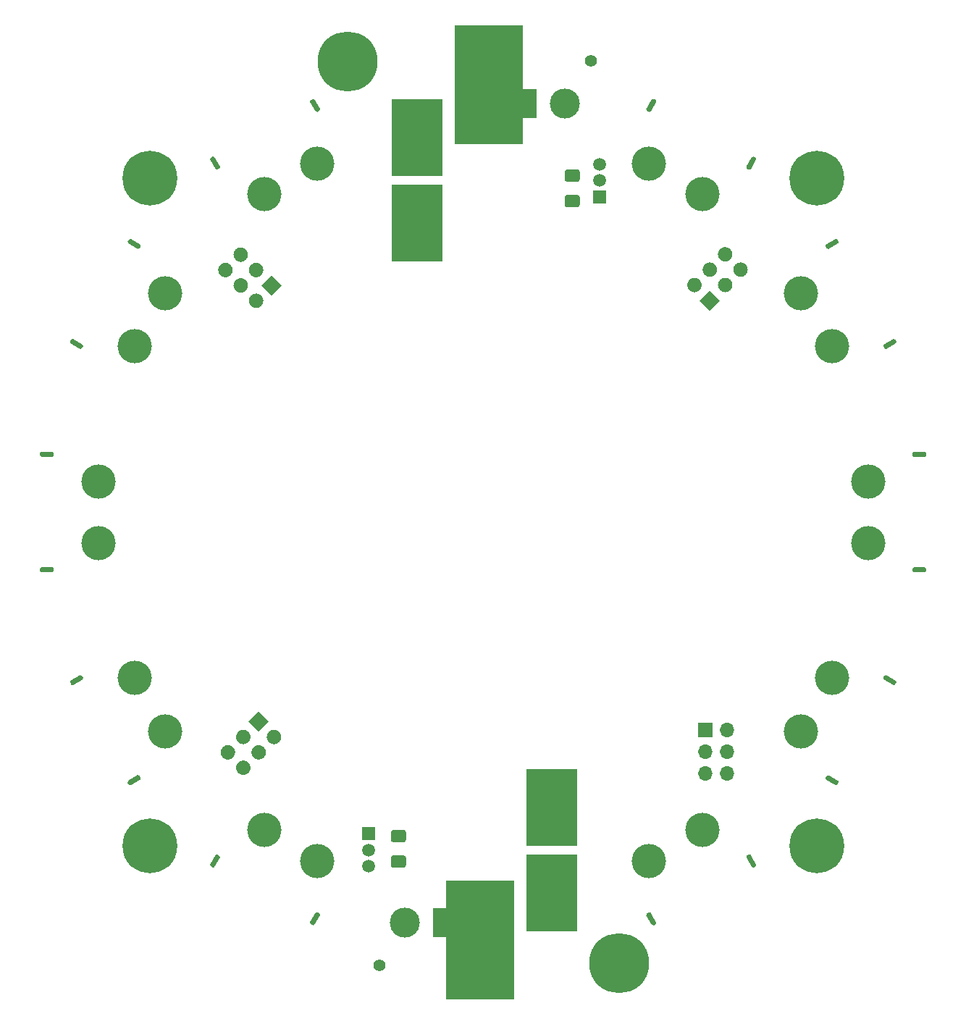
<source format=gbs>
%TF.GenerationSoftware,KiCad,Pcbnew,(5.1.12)-1*%
%TF.CreationDate,2021-12-14T20:27:31-05:00*%
%TF.ProjectId,PDB,5044422e-6b69-4636-9164-5f7063625858,rev?*%
%TF.SameCoordinates,Original*%
%TF.FileFunction,Soldermask,Bot*%
%TF.FilePolarity,Negative*%
%FSLAX46Y46*%
G04 Gerber Fmt 4.6, Leading zero omitted, Abs format (unit mm)*
G04 Created by KiCad (PCBNEW (5.1.12)-1) date 2021-12-14 20:27:31*
%MOMM*%
%LPD*%
G01*
G04 APERTURE LIST*
%ADD10C,1.400000*%
%ADD11R,3.500000X3.500000*%
%ADD12C,3.500000*%
%ADD13C,0.100000*%
%ADD14R,1.700000X1.700000*%
%ADD15O,1.700000X1.700000*%
%ADD16C,7.000000*%
%ADD17C,5.000000*%
%ADD18R,8.000000X14.000000*%
%ADD19C,4.000000*%
%ADD20C,6.400000*%
%ADD21R,6.000000X9.000000*%
%ADD22C,0.500000*%
%ADD23R,1.500000X1.500000*%
%ADD24C,1.500000*%
G04 APERTURE END LIST*
D10*
%TO.C,J20*%
X218646000Y-173080434D03*
X207646000Y-173080434D03*
D11*
X215646000Y-168080434D03*
D12*
X210646000Y-168080434D03*
%TD*%
D13*
%TO.C,J5*%
G36*
X192337918Y-144574434D02*
G01*
X193540000Y-143372352D01*
X194742082Y-144574434D01*
X193540000Y-145776516D01*
X192337918Y-144574434D01*
G37*
G36*
G01*
X194735010Y-145769444D02*
X194735010Y-145769444D01*
G75*
G02*
X195937092Y-145769444I601041J-601041D01*
G01*
X195937092Y-145769444D01*
G75*
G02*
X195937092Y-146971526I-601041J-601041D01*
G01*
X195937092Y-146971526D01*
G75*
G02*
X194735010Y-146971526I-601041J601041D01*
G01*
X194735010Y-146971526D01*
G75*
G02*
X194735010Y-145769444I601041J601041D01*
G01*
G37*
G36*
G01*
X191142908Y-145769444D02*
X191142908Y-145769444D01*
G75*
G02*
X192344990Y-145769444I601041J-601041D01*
G01*
X192344990Y-145769444D01*
G75*
G02*
X192344990Y-146971526I-601041J-601041D01*
G01*
X192344990Y-146971526D01*
G75*
G02*
X191142908Y-146971526I-601041J601041D01*
G01*
X191142908Y-146971526D01*
G75*
G02*
X191142908Y-145769444I601041J601041D01*
G01*
G37*
G36*
G01*
X192938959Y-147565495D02*
X192938959Y-147565495D01*
G75*
G02*
X194141041Y-147565495I601041J-601041D01*
G01*
X194141041Y-147565495D01*
G75*
G02*
X194141041Y-148767577I-601041J-601041D01*
G01*
X194141041Y-148767577D01*
G75*
G02*
X192938959Y-148767577I-601041J601041D01*
G01*
X192938959Y-148767577D01*
G75*
G02*
X192938959Y-147565495I601041J601041D01*
G01*
G37*
G36*
G01*
X189346857Y-147565495D02*
X189346857Y-147565495D01*
G75*
G02*
X190548939Y-147565495I601041J-601041D01*
G01*
X190548939Y-147565495D01*
G75*
G02*
X190548939Y-148767577I-601041J-601041D01*
G01*
X190548939Y-148767577D01*
G75*
G02*
X189346857Y-148767577I-601041J601041D01*
G01*
X189346857Y-148767577D01*
G75*
G02*
X189346857Y-147565495I601041J601041D01*
G01*
G37*
G36*
G01*
X191142908Y-149361547D02*
X191142908Y-149361547D01*
G75*
G02*
X192344990Y-149361547I601041J-601041D01*
G01*
X192344990Y-149361547D01*
G75*
G02*
X192344990Y-150563629I-601041J-601041D01*
G01*
X192344990Y-150563629D01*
G75*
G02*
X191142908Y-150563629I-601041J601041D01*
G01*
X191142908Y-150563629D01*
G75*
G02*
X191142908Y-149361547I601041J601041D01*
G01*
G37*
%TD*%
D14*
%TO.C,J4*%
X245790000Y-145574434D03*
D15*
X248330000Y-145574434D03*
X245790000Y-148114434D03*
X248330000Y-148114434D03*
X245790000Y-150654434D03*
X248330000Y-150654434D03*
%TD*%
D13*
%TO.C,J3*%
G36*
X247492082Y-95324434D02*
G01*
X246290000Y-96526516D01*
X245087918Y-95324434D01*
X246290000Y-94122352D01*
X247492082Y-95324434D01*
G37*
G36*
G01*
X245094990Y-94129424D02*
X245094990Y-94129424D01*
G75*
G02*
X243892908Y-94129424I-601041J601041D01*
G01*
X243892908Y-94129424D01*
G75*
G02*
X243892908Y-92927342I601041J601041D01*
G01*
X243892908Y-92927342D01*
G75*
G02*
X245094990Y-92927342I601041J-601041D01*
G01*
X245094990Y-92927342D01*
G75*
G02*
X245094990Y-94129424I-601041J-601041D01*
G01*
G37*
G36*
G01*
X248687092Y-94129424D02*
X248687092Y-94129424D01*
G75*
G02*
X247485010Y-94129424I-601041J601041D01*
G01*
X247485010Y-94129424D01*
G75*
G02*
X247485010Y-92927342I601041J601041D01*
G01*
X247485010Y-92927342D01*
G75*
G02*
X248687092Y-92927342I601041J-601041D01*
G01*
X248687092Y-92927342D01*
G75*
G02*
X248687092Y-94129424I-601041J-601041D01*
G01*
G37*
G36*
G01*
X246891041Y-92333373D02*
X246891041Y-92333373D01*
G75*
G02*
X245688959Y-92333373I-601041J601041D01*
G01*
X245688959Y-92333373D01*
G75*
G02*
X245688959Y-91131291I601041J601041D01*
G01*
X245688959Y-91131291D01*
G75*
G02*
X246891041Y-91131291I601041J-601041D01*
G01*
X246891041Y-91131291D01*
G75*
G02*
X246891041Y-92333373I-601041J-601041D01*
G01*
G37*
G36*
G01*
X250483143Y-92333373D02*
X250483143Y-92333373D01*
G75*
G02*
X249281061Y-92333373I-601041J601041D01*
G01*
X249281061Y-92333373D01*
G75*
G02*
X249281061Y-91131291I601041J601041D01*
G01*
X249281061Y-91131291D01*
G75*
G02*
X250483143Y-91131291I601041J-601041D01*
G01*
X250483143Y-91131291D01*
G75*
G02*
X250483143Y-92333373I-601041J-601041D01*
G01*
G37*
G36*
G01*
X248687092Y-90537321D02*
X248687092Y-90537321D01*
G75*
G02*
X247485010Y-90537321I-601041J601041D01*
G01*
X247485010Y-90537321D01*
G75*
G02*
X247485010Y-89335239I601041J601041D01*
G01*
X247485010Y-89335239D01*
G75*
G02*
X248687092Y-89335239I601041J-601041D01*
G01*
X248687092Y-89335239D01*
G75*
G02*
X248687092Y-90537321I-601041J-601041D01*
G01*
G37*
%TD*%
%TO.C,J6*%
G36*
X195040000Y-92372352D02*
G01*
X196242082Y-93574434D01*
X195040000Y-94776516D01*
X193837918Y-93574434D01*
X195040000Y-92372352D01*
G37*
G36*
G01*
X193844990Y-94769444D02*
X193844990Y-94769444D01*
G75*
G02*
X193844990Y-95971526I-601041J-601041D01*
G01*
X193844990Y-95971526D01*
G75*
G02*
X192642908Y-95971526I-601041J601041D01*
G01*
X192642908Y-95971526D01*
G75*
G02*
X192642908Y-94769444I601041J601041D01*
G01*
X192642908Y-94769444D01*
G75*
G02*
X193844990Y-94769444I601041J-601041D01*
G01*
G37*
G36*
G01*
X193844990Y-91177342D02*
X193844990Y-91177342D01*
G75*
G02*
X193844990Y-92379424I-601041J-601041D01*
G01*
X193844990Y-92379424D01*
G75*
G02*
X192642908Y-92379424I-601041J601041D01*
G01*
X192642908Y-92379424D01*
G75*
G02*
X192642908Y-91177342I601041J601041D01*
G01*
X192642908Y-91177342D01*
G75*
G02*
X193844990Y-91177342I601041J-601041D01*
G01*
G37*
G36*
G01*
X192048939Y-92973393D02*
X192048939Y-92973393D01*
G75*
G02*
X192048939Y-94175475I-601041J-601041D01*
G01*
X192048939Y-94175475D01*
G75*
G02*
X190846857Y-94175475I-601041J601041D01*
G01*
X190846857Y-94175475D01*
G75*
G02*
X190846857Y-92973393I601041J601041D01*
G01*
X190846857Y-92973393D01*
G75*
G02*
X192048939Y-92973393I601041J-601041D01*
G01*
G37*
G36*
G01*
X192048939Y-89381291D02*
X192048939Y-89381291D01*
G75*
G02*
X192048939Y-90583373I-601041J-601041D01*
G01*
X192048939Y-90583373D01*
G75*
G02*
X190846857Y-90583373I-601041J601041D01*
G01*
X190846857Y-90583373D01*
G75*
G02*
X190846857Y-89381291I601041J601041D01*
G01*
X190846857Y-89381291D01*
G75*
G02*
X192048939Y-89381291I601041J-601041D01*
G01*
G37*
G36*
G01*
X190252887Y-91177342D02*
X190252887Y-91177342D01*
G75*
G02*
X190252887Y-92379424I-601041J-601041D01*
G01*
X190252887Y-92379424D01*
G75*
G02*
X189050805Y-92379424I-601041J601041D01*
G01*
X189050805Y-92379424D01*
G75*
G02*
X189050805Y-91177342I601041J601041D01*
G01*
X189050805Y-91177342D01*
G75*
G02*
X190252887Y-91177342I601041J-601041D01*
G01*
G37*
%TD*%
D16*
%TO.C,J24*%
X203915000Y-67369434D03*
D17*
X203915000Y-67369434D03*
%TD*%
D16*
%TO.C,J23*%
X235665000Y-172779434D03*
D17*
X235665000Y-172779434D03*
%TD*%
D18*
%TO.C,J1*%
X220425000Y-70074434D03*
%TD*%
%TO.C,J2*%
X219409000Y-170074434D03*
%TD*%
D10*
%TO.C,J19*%
X221362000Y-67322434D03*
X232362000Y-67322434D03*
D11*
X224362000Y-72322434D03*
D12*
X229362000Y-72322434D03*
%TD*%
%TO.C,C2*%
G36*
G01*
X209259000Y-157244434D02*
X210509000Y-157244434D01*
G75*
G02*
X210759000Y-157494434I0J-250000D01*
G01*
X210759000Y-158419434D01*
G75*
G02*
X210509000Y-158669434I-250000J0D01*
G01*
X209259000Y-158669434D01*
G75*
G02*
X209009000Y-158419434I0J250000D01*
G01*
X209009000Y-157494434D01*
G75*
G02*
X209259000Y-157244434I250000J0D01*
G01*
G37*
G36*
G01*
X209259000Y-160219434D02*
X210509000Y-160219434D01*
G75*
G02*
X210759000Y-160469434I0J-250000D01*
G01*
X210759000Y-161394434D01*
G75*
G02*
X210509000Y-161644434I-250000J0D01*
G01*
X209259000Y-161644434D01*
G75*
G02*
X209009000Y-161394434I0J250000D01*
G01*
X209009000Y-160469434D01*
G75*
G02*
X209259000Y-160219434I250000J0D01*
G01*
G37*
%TD*%
%TO.C,C1*%
G36*
G01*
X230829000Y-81453434D02*
X229579000Y-81453434D01*
G75*
G02*
X229329000Y-81203434I0J250000D01*
G01*
X229329000Y-80278434D01*
G75*
G02*
X229579000Y-80028434I250000J0D01*
G01*
X230829000Y-80028434D01*
G75*
G02*
X231079000Y-80278434I0J-250000D01*
G01*
X231079000Y-81203434D01*
G75*
G02*
X230829000Y-81453434I-250000J0D01*
G01*
G37*
G36*
G01*
X230829000Y-84428434D02*
X229579000Y-84428434D01*
G75*
G02*
X229329000Y-84178434I0J250000D01*
G01*
X229329000Y-83253434D01*
G75*
G02*
X229579000Y-83003434I250000J0D01*
G01*
X230829000Y-83003434D01*
G75*
G02*
X231079000Y-83253434I0J-250000D01*
G01*
X231079000Y-84178434D01*
G75*
G02*
X230829000Y-84428434I-250000J0D01*
G01*
G37*
%TD*%
D19*
%TO.C,J11*%
X264790000Y-116474434D03*
X264790000Y-123674434D03*
G36*
G01*
X271440000Y-113624434D02*
X270140000Y-113624434D01*
G75*
G02*
X269990000Y-113474434I0J150000D01*
G01*
X269990000Y-113174434D01*
G75*
G02*
X270140000Y-113024434I150000J0D01*
G01*
X271440000Y-113024434D01*
G75*
G02*
X271590000Y-113174434I0J-150000D01*
G01*
X271590000Y-113474434D01*
G75*
G02*
X271440000Y-113624434I-150000J0D01*
G01*
G37*
G36*
G01*
X271440000Y-127124434D02*
X270140000Y-127124434D01*
G75*
G02*
X269990000Y-126974434I0J150000D01*
G01*
X269990000Y-126674434D01*
G75*
G02*
X270140000Y-126524434I150000J0D01*
G01*
X271440000Y-126524434D01*
G75*
G02*
X271590000Y-126674434I0J-150000D01*
G01*
X271590000Y-126974434D01*
G75*
G02*
X271440000Y-127124434I-150000J0D01*
G01*
G37*
%TD*%
%TO.C,J12*%
X260560926Y-139456685D03*
X256960926Y-145692067D03*
G36*
G01*
X267744995Y-140313513D02*
X266619161Y-139663513D01*
G75*
G02*
X266564257Y-139458609I75000J129904D01*
G01*
X266714257Y-139198801D01*
G75*
G02*
X266919161Y-139143897I129904J-75000D01*
G01*
X268044995Y-139793897D01*
G75*
G02*
X268099899Y-139998801I-75000J-129904D01*
G01*
X267949899Y-140258609D01*
G75*
G02*
X267744995Y-140313513I-129904J75000D01*
G01*
G37*
G36*
G01*
X260994995Y-152004855D02*
X259869161Y-151354855D01*
G75*
G02*
X259814257Y-151149951I75000J129904D01*
G01*
X259964257Y-150890143D01*
G75*
G02*
X260169161Y-150835239I129904J-75000D01*
G01*
X261294995Y-151485239D01*
G75*
G02*
X261349899Y-151690143I-75000J-129904D01*
G01*
X261199899Y-151949951D01*
G75*
G02*
X260994995Y-152004855I-129904J75000D01*
G01*
G37*
%TD*%
%TO.C,J13*%
X245407315Y-157245360D03*
X239171933Y-160845360D03*
G36*
G01*
X251200487Y-161579429D02*
X250550487Y-160453595D01*
G75*
G02*
X250605391Y-160248691I129904J75000D01*
G01*
X250865199Y-160098691D01*
G75*
G02*
X251070103Y-160153595I75000J-129904D01*
G01*
X251720103Y-161279429D01*
G75*
G02*
X251665199Y-161484333I-129904J-75000D01*
G01*
X251405391Y-161634333D01*
G75*
G02*
X251200487Y-161579429I-75000J129904D01*
G01*
G37*
G36*
G01*
X239509145Y-168329429D02*
X238859145Y-167203595D01*
G75*
G02*
X238914049Y-166998691I129904J75000D01*
G01*
X239173857Y-166848691D01*
G75*
G02*
X239378761Y-166903595I75000J-129904D01*
G01*
X240028761Y-168029429D01*
G75*
G02*
X239973857Y-168234333I-129904J-75000D01*
G01*
X239714049Y-168384333D01*
G75*
G02*
X239509145Y-168329429I-75000J129904D01*
G01*
G37*
%TD*%
%TO.C,J14*%
X200407315Y-160844926D03*
X194171933Y-157244926D03*
G36*
G01*
X199550487Y-168028995D02*
X200200487Y-166903161D01*
G75*
G02*
X200405391Y-166848257I129904J-75000D01*
G01*
X200665199Y-166998257D01*
G75*
G02*
X200720103Y-167203161I-75000J-129904D01*
G01*
X200070103Y-168328995D01*
G75*
G02*
X199865199Y-168383899I-129904J75000D01*
G01*
X199605391Y-168233899D01*
G75*
G02*
X199550487Y-168028995I75000J129904D01*
G01*
G37*
G36*
G01*
X187859145Y-161278995D02*
X188509145Y-160153161D01*
G75*
G02*
X188714049Y-160098257I129904J-75000D01*
G01*
X188973857Y-160248257D01*
G75*
G02*
X189028761Y-160453161I-75000J-129904D01*
G01*
X188378761Y-161578995D01*
G75*
G02*
X188173857Y-161633899I-129904J75000D01*
G01*
X187914049Y-161483899D01*
G75*
G02*
X187859145Y-161278995I75000J129904D01*
G01*
G37*
%TD*%
%TO.C,J15*%
X182618640Y-145691315D03*
X179018640Y-139455933D03*
G36*
G01*
X178284571Y-151484487D02*
X179410405Y-150834487D01*
G75*
G02*
X179615309Y-150889391I75000J-129904D01*
G01*
X179765309Y-151149199D01*
G75*
G02*
X179710405Y-151354103I-129904J-75000D01*
G01*
X178584571Y-152004103D01*
G75*
G02*
X178379667Y-151949199I-75000J129904D01*
G01*
X178229667Y-151689391D01*
G75*
G02*
X178284571Y-151484487I129904J75000D01*
G01*
G37*
G36*
G01*
X171534571Y-139793145D02*
X172660405Y-139143145D01*
G75*
G02*
X172865309Y-139198049I75000J-129904D01*
G01*
X173015309Y-139457857D01*
G75*
G02*
X172960405Y-139662761I-129904J-75000D01*
G01*
X171834571Y-140312761D01*
G75*
G02*
X171629667Y-140257857I-75000J129904D01*
G01*
X171479667Y-139998049D01*
G75*
G02*
X171534571Y-139793145I129904J75000D01*
G01*
G37*
%TD*%
%TO.C,J16*%
X174790000Y-123673566D03*
X174790000Y-116473566D03*
G36*
G01*
X168140000Y-126523566D02*
X169440000Y-126523566D01*
G75*
G02*
X169590000Y-126673566I0J-150000D01*
G01*
X169590000Y-126973566D01*
G75*
G02*
X169440000Y-127123566I-150000J0D01*
G01*
X168140000Y-127123566D01*
G75*
G02*
X167990000Y-126973566I0J150000D01*
G01*
X167990000Y-126673566D01*
G75*
G02*
X168140000Y-126523566I150000J0D01*
G01*
G37*
G36*
G01*
X168140000Y-113023566D02*
X169440000Y-113023566D01*
G75*
G02*
X169590000Y-113173566I0J-150000D01*
G01*
X169590000Y-113473566D01*
G75*
G02*
X169440000Y-113623566I-150000J0D01*
G01*
X168140000Y-113623566D01*
G75*
G02*
X167990000Y-113473566I0J150000D01*
G01*
X167990000Y-113173566D01*
G75*
G02*
X168140000Y-113023566I150000J0D01*
G01*
G37*
%TD*%
%TO.C,J17*%
X179019074Y-100691315D03*
X182619074Y-94455933D03*
G36*
G01*
X171835005Y-99834487D02*
X172960839Y-100484487D01*
G75*
G02*
X173015743Y-100689391I-75000J-129904D01*
G01*
X172865743Y-100949199D01*
G75*
G02*
X172660839Y-101004103I-129904J75000D01*
G01*
X171535005Y-100354103D01*
G75*
G02*
X171480101Y-100149199I75000J129904D01*
G01*
X171630101Y-99889391D01*
G75*
G02*
X171835005Y-99834487I129904J-75000D01*
G01*
G37*
G36*
G01*
X178585005Y-88143145D02*
X179710839Y-88793145D01*
G75*
G02*
X179765743Y-88998049I-75000J-129904D01*
G01*
X179615743Y-89257857D01*
G75*
G02*
X179410839Y-89312761I-129904J75000D01*
G01*
X178285005Y-88662761D01*
G75*
G02*
X178230101Y-88457857I75000J129904D01*
G01*
X178380101Y-88198049D01*
G75*
G02*
X178585005Y-88143145I129904J-75000D01*
G01*
G37*
%TD*%
%TO.C,J18*%
X194172685Y-82902640D03*
X200408067Y-79302640D03*
G36*
G01*
X188379513Y-78568571D02*
X189029513Y-79694405D01*
G75*
G02*
X188974609Y-79899309I-129904J-75000D01*
G01*
X188714801Y-80049309D01*
G75*
G02*
X188509897Y-79994405I-75000J129904D01*
G01*
X187859897Y-78868571D01*
G75*
G02*
X187914801Y-78663667I129904J75000D01*
G01*
X188174609Y-78513667D01*
G75*
G02*
X188379513Y-78568571I75000J-129904D01*
G01*
G37*
G36*
G01*
X200070855Y-71818571D02*
X200720855Y-72944405D01*
G75*
G02*
X200665951Y-73149309I-129904J-75000D01*
G01*
X200406143Y-73299309D01*
G75*
G02*
X200201239Y-73244405I-75000J129904D01*
G01*
X199551239Y-72118571D01*
G75*
G02*
X199606143Y-71913667I129904J75000D01*
G01*
X199865951Y-71763667D01*
G75*
G02*
X200070855Y-71818571I75000J-129904D01*
G01*
G37*
%TD*%
%TO.C,J9*%
X239172685Y-79303074D03*
X245408067Y-82903074D03*
G36*
G01*
X240029513Y-72119005D02*
X239379513Y-73244839D01*
G75*
G02*
X239174609Y-73299743I-129904J75000D01*
G01*
X238914801Y-73149743D01*
G75*
G02*
X238859897Y-72944839I75000J129904D01*
G01*
X239509897Y-71819005D01*
G75*
G02*
X239714801Y-71764101I129904J-75000D01*
G01*
X239974609Y-71914101D01*
G75*
G02*
X240029513Y-72119005I-75000J-129904D01*
G01*
G37*
G36*
G01*
X251720855Y-78869005D02*
X251070855Y-79994839D01*
G75*
G02*
X250865951Y-80049743I-129904J75000D01*
G01*
X250606143Y-79899743D01*
G75*
G02*
X250551239Y-79694839I75000J129904D01*
G01*
X251201239Y-78569005D01*
G75*
G02*
X251406143Y-78514101I129904J-75000D01*
G01*
X251665951Y-78664101D01*
G75*
G02*
X251720855Y-78869005I-75000J-129904D01*
G01*
G37*
%TD*%
%TO.C,J10*%
X256961360Y-94456685D03*
X260561360Y-100692067D03*
G36*
G01*
X261295429Y-88663513D02*
X260169595Y-89313513D01*
G75*
G02*
X259964691Y-89258609I-75000J129904D01*
G01*
X259814691Y-88998801D01*
G75*
G02*
X259869595Y-88793897I129904J75000D01*
G01*
X260995429Y-88143897D01*
G75*
G02*
X261200333Y-88198801I75000J-129904D01*
G01*
X261350333Y-88458609D01*
G75*
G02*
X261295429Y-88663513I-129904J-75000D01*
G01*
G37*
G36*
G01*
X268045429Y-100354855D02*
X266919595Y-101004855D01*
G75*
G02*
X266714691Y-100949951I-75000J129904D01*
G01*
X266564691Y-100690143D01*
G75*
G02*
X266619595Y-100485239I129904J75000D01*
G01*
X267745429Y-99835239D01*
G75*
G02*
X267950333Y-99890143I75000J-129904D01*
G01*
X268100333Y-100149951D01*
G75*
G02*
X268045429Y-100354855I-129904J-75000D01*
G01*
G37*
%TD*%
D20*
%TO.C,M1*%
X258790000Y-81074434D03*
%TD*%
%TO.C,M4*%
X180790000Y-81074434D03*
%TD*%
%TO.C,M2*%
X258790000Y-159074434D03*
%TD*%
%TO.C,M3*%
X180790000Y-159074434D03*
%TD*%
D21*
%TO.C,U2*%
X212040000Y-76324434D03*
X212040000Y-86324434D03*
D22*
X210040000Y-86324434D03*
X210040000Y-85024434D03*
X210040000Y-83724434D03*
X210040000Y-87624434D03*
X210040000Y-88924434D03*
X212040000Y-82574434D03*
X212040000Y-90074434D03*
X214040000Y-88924434D03*
X214040000Y-87624434D03*
X214040000Y-86324434D03*
X214040000Y-85024434D03*
X214040000Y-83724434D03*
X212040000Y-80074434D03*
X212040000Y-72574434D03*
X210040000Y-78924434D03*
X210040000Y-77624434D03*
X210040000Y-76324434D03*
X210040000Y-75024434D03*
X210040000Y-73724434D03*
X214040000Y-78924434D03*
X214040000Y-77624434D03*
X214040000Y-76324434D03*
X214040000Y-75024434D03*
X214040000Y-73724434D03*
D23*
X233440000Y-83234434D03*
D24*
X233440000Y-81324434D03*
X233440000Y-79414434D03*
%TD*%
D21*
%TO.C,U1*%
X227790000Y-164574434D03*
X227790000Y-154574434D03*
D22*
X229790000Y-154574434D03*
X229790000Y-155874434D03*
X229790000Y-157174434D03*
X229790000Y-153274434D03*
X229790000Y-151974434D03*
X227790000Y-158324434D03*
X227790000Y-150824434D03*
X225790000Y-151974434D03*
X225790000Y-153274434D03*
X225790000Y-154574434D03*
X225790000Y-155874434D03*
X225790000Y-157174434D03*
X227790000Y-160824434D03*
X227790000Y-168324434D03*
X229790000Y-161974434D03*
X229790000Y-163274434D03*
X229790000Y-164574434D03*
X229790000Y-165874434D03*
X229790000Y-167174434D03*
X225790000Y-161974434D03*
X225790000Y-163274434D03*
X225790000Y-164574434D03*
X225790000Y-165874434D03*
X225790000Y-167174434D03*
D23*
X206390000Y-157664434D03*
D24*
X206390000Y-159574434D03*
X206390000Y-161484434D03*
%TD*%
M02*

</source>
